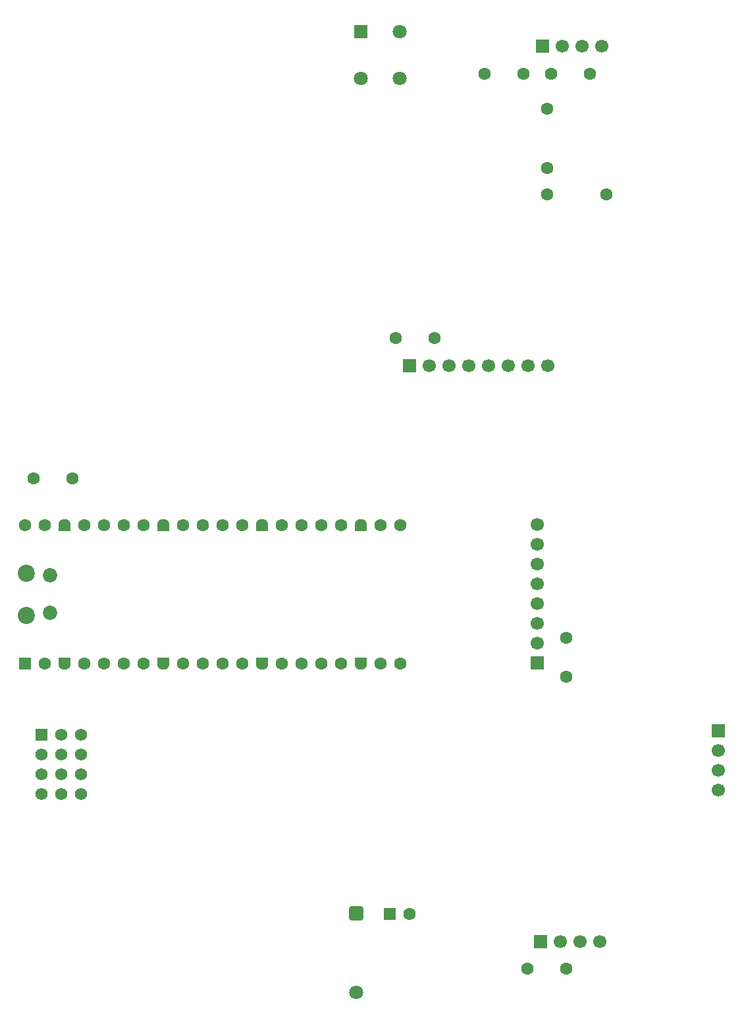
<source format=gbr>
%TF.GenerationSoftware,KiCad,Pcbnew,9.0.6*%
%TF.CreationDate,2025-12-22T22:41:29-05:00*%
%TF.ProjectId,TacoCopter_Flight_Controller,5461636f-436f-4707-9465-725f466c6967,rev?*%
%TF.SameCoordinates,Original*%
%TF.FileFunction,Soldermask,Bot*%
%TF.FilePolarity,Negative*%
%FSLAX46Y46*%
G04 Gerber Fmt 4.6, Leading zero omitted, Abs format (unit mm)*
G04 Created by KiCad (PCBNEW 9.0.6) date 2025-12-22 22:41:29*
%MOMM*%
%LPD*%
G01*
G04 APERTURE LIST*
G04 Aperture macros list*
%AMRoundRect*
0 Rectangle with rounded corners*
0 $1 Rounding radius*
0 $2 $3 $4 $5 $6 $7 $8 $9 X,Y pos of 4 corners*
0 Add a 4 corners polygon primitive as box body*
4,1,4,$2,$3,$4,$5,$6,$7,$8,$9,$2,$3,0*
0 Add four circle primitives for the rounded corners*
1,1,$1+$1,$2,$3*
1,1,$1+$1,$4,$5*
1,1,$1+$1,$6,$7*
1,1,$1+$1,$8,$9*
0 Add four rect primitives between the rounded corners*
20,1,$1+$1,$2,$3,$4,$5,0*
20,1,$1+$1,$4,$5,$6,$7,0*
20,1,$1+$1,$6,$7,$8,$9,0*
20,1,$1+$1,$8,$9,$2,$3,0*%
%AMFreePoly0*
4,1,37,0.000000,0.796148,0.078414,0.796148,0.232228,0.765552,0.377117,0.705537,0.507515,0.618408,0.618408,0.507515,0.705537,0.377117,0.765552,0.232228,0.796148,0.078414,0.796148,-0.078414,0.765552,-0.232228,0.705537,-0.377117,0.618408,-0.507515,0.507515,-0.618408,0.377117,-0.705537,0.232228,-0.765552,0.078414,-0.796148,0.000000,-0.796148,0.000000,-0.800000,-0.600000,-0.800000,
-0.603843,-0.796157,-0.639018,-0.796157,-0.711114,-0.766294,-0.766294,-0.711114,-0.796157,-0.639018,-0.796157,-0.603843,-0.800000,-0.600000,-0.800000,0.600000,-0.796157,0.603843,-0.796157,0.639018,-0.766294,0.711114,-0.711114,0.766294,-0.639018,0.796157,-0.603843,0.796157,-0.600000,0.800000,0.000000,0.800000,0.000000,0.796148,0.000000,0.796148,$1*%
%AMFreePoly1*
4,1,37,0.603843,0.796157,0.639018,0.796157,0.711114,0.766294,0.766294,0.711114,0.796157,0.639018,0.796157,0.603843,0.800000,0.600000,0.800000,-0.600000,0.796157,-0.603843,0.796157,-0.639018,0.766294,-0.711114,0.711114,-0.766294,0.639018,-0.796157,0.603843,-0.796157,0.600000,-0.800000,0.000000,-0.800000,0.000000,-0.796148,-0.078414,-0.796148,-0.232228,-0.765552,-0.377117,-0.705537,
-0.507515,-0.618408,-0.618408,-0.507515,-0.705537,-0.377117,-0.765552,-0.232228,-0.796148,-0.078414,-0.796148,0.078414,-0.765552,0.232228,-0.705537,0.377117,-0.618408,0.507515,-0.507515,0.618408,-0.377117,0.705537,-0.232228,0.765552,-0.078414,0.796148,0.000000,0.796148,0.000000,0.800000,0.600000,0.800000,0.603843,0.796157,0.603843,0.796157,$1*%
G04 Aperture macros list end*
%ADD10R,1.700000X1.700000*%
%ADD11C,1.700000*%
%ADD12C,1.600000*%
%ADD13FreePoly0,90.000000*%
%ADD14FreePoly1,90.000000*%
%ADD15RoundRect,0.200000X0.600000X-0.600000X0.600000X0.600000X-0.600000X0.600000X-0.600000X-0.600000X0*%
%ADD16C,2.200000*%
%ADD17C,1.850000*%
%ADD18RoundRect,0.250000X-0.550000X-0.550000X0.550000X-0.550000X0.550000X0.550000X-0.550000X0.550000X0*%
%ADD19R,1.800000X1.800000*%
%ADD20C,1.800000*%
%ADD21RoundRect,0.102000X-0.685000X0.685000X-0.685000X-0.685000X0.685000X-0.685000X0.685000X0.685000X0*%
%ADD22C,1.574000*%
%ADD23RoundRect,0.250000X-0.650000X0.650000X-0.650000X-0.650000X0.650000X-0.650000X0.650000X0.650000X0*%
G04 APERTURE END LIST*
D10*
%TO.C,U1*%
X157759637Y-108700000D03*
D11*
X157759637Y-106160000D03*
X157759637Y-103620000D03*
X157759637Y-101080000D03*
X157759637Y-98540000D03*
X157759637Y-96000000D03*
X157759637Y-93460000D03*
X157759637Y-90920000D03*
%TD*%
D12*
%TO.C,A1*%
X91900000Y-91000000D03*
X94440000Y-91000000D03*
D13*
X96980000Y-91000000D03*
D12*
X99520000Y-91000000D03*
X102060000Y-91000000D03*
X104600000Y-91000000D03*
X107140000Y-91000000D03*
D13*
X109680000Y-91000000D03*
D12*
X112220000Y-91000000D03*
X114760000Y-91000000D03*
X117300000Y-91000000D03*
X119840000Y-91000000D03*
D13*
X122380000Y-91000000D03*
D12*
X124920000Y-91000000D03*
X127460000Y-91000000D03*
X130000000Y-91000000D03*
X132540000Y-91000000D03*
D13*
X135080000Y-91000000D03*
D12*
X137620000Y-91000000D03*
X140160000Y-91000000D03*
X140160000Y-108780000D03*
X137620000Y-108780000D03*
D14*
X135080000Y-108780000D03*
D12*
X132540000Y-108780000D03*
X130000000Y-108780000D03*
X127460000Y-108780000D03*
X124920000Y-108780000D03*
D14*
X122380000Y-108780000D03*
D12*
X119840000Y-108780000D03*
X117300000Y-108780000D03*
X114760000Y-108780000D03*
X112220000Y-108780000D03*
D14*
X109680000Y-108780000D03*
D12*
X107140000Y-108780000D03*
X104600000Y-108780000D03*
X102060000Y-108780000D03*
X99520000Y-108780000D03*
D14*
X96980000Y-108780000D03*
D12*
X94440000Y-108780000D03*
D15*
X91900000Y-108780000D03*
D16*
X92030000Y-97165000D03*
D17*
X95060000Y-97465000D03*
X95060000Y-102315000D03*
D16*
X92030000Y-102615000D03*
%TD*%
D12*
%TO.C,C7*%
X98000000Y-85000000D03*
X93000000Y-85000000D03*
%TD*%
%TO.C,C6*%
X156000000Y-33000000D03*
X151000000Y-33000000D03*
%TD*%
%TO.C,C5*%
X161500000Y-110500000D03*
X161500000Y-105500000D03*
%TD*%
%TO.C,C4*%
X161500000Y-148000000D03*
X156500000Y-148000000D03*
%TD*%
%TO.C,C3*%
X164500000Y-33000000D03*
X159500000Y-33000000D03*
%TD*%
D18*
%TO.C,C2*%
X138794888Y-141000000D03*
D12*
X141294888Y-141000000D03*
%TD*%
%TO.C,C1*%
X144500000Y-67000000D03*
X139500000Y-67000000D03*
%TD*%
%TO.C,R1*%
X159000000Y-37500000D03*
X159000000Y-45120000D03*
%TD*%
D19*
%TO.C,SW1*%
X135077500Y-27577500D03*
D20*
X140077500Y-27577500D03*
X135077500Y-33577500D03*
X140077500Y-33577500D03*
%TD*%
D10*
%TO.C,J4*%
X181000000Y-117460000D03*
D11*
X181000000Y-120000000D03*
X181000000Y-122540000D03*
X181000000Y-125080000D03*
%TD*%
D21*
%TO.C,J2*%
X94000000Y-117920000D03*
D22*
X96540000Y-117920000D03*
X99080000Y-117920000D03*
X94000000Y-120460000D03*
X96540000Y-120460000D03*
X99080000Y-120460000D03*
X94000000Y-123000000D03*
X96540000Y-123000000D03*
X99080000Y-123000000D03*
X94000000Y-125540000D03*
X96540000Y-125540000D03*
X99080000Y-125540000D03*
%TD*%
D10*
%TO.C,J6*%
X158190000Y-144500000D03*
D11*
X160730000Y-144500000D03*
X163270000Y-144500000D03*
X165810000Y-144500000D03*
%TD*%
D10*
%TO.C,U2*%
X141300000Y-70500000D03*
D11*
X143840000Y-70500000D03*
X146380000Y-70500000D03*
X148920000Y-70500000D03*
X151460000Y-70500000D03*
X154000000Y-70500000D03*
X156540000Y-70500000D03*
X159080000Y-70500000D03*
%TD*%
D23*
%TO.C,D1*%
X134500000Y-140920000D03*
D20*
X134500000Y-151080000D03*
%TD*%
D12*
%TO.C,R2*%
X166620000Y-48550000D03*
X159000000Y-48550000D03*
%TD*%
D10*
%TO.C,J5*%
X158380000Y-29500000D03*
D11*
X160920000Y-29500000D03*
X163460000Y-29500000D03*
X166000000Y-29500000D03*
%TD*%
M02*

</source>
